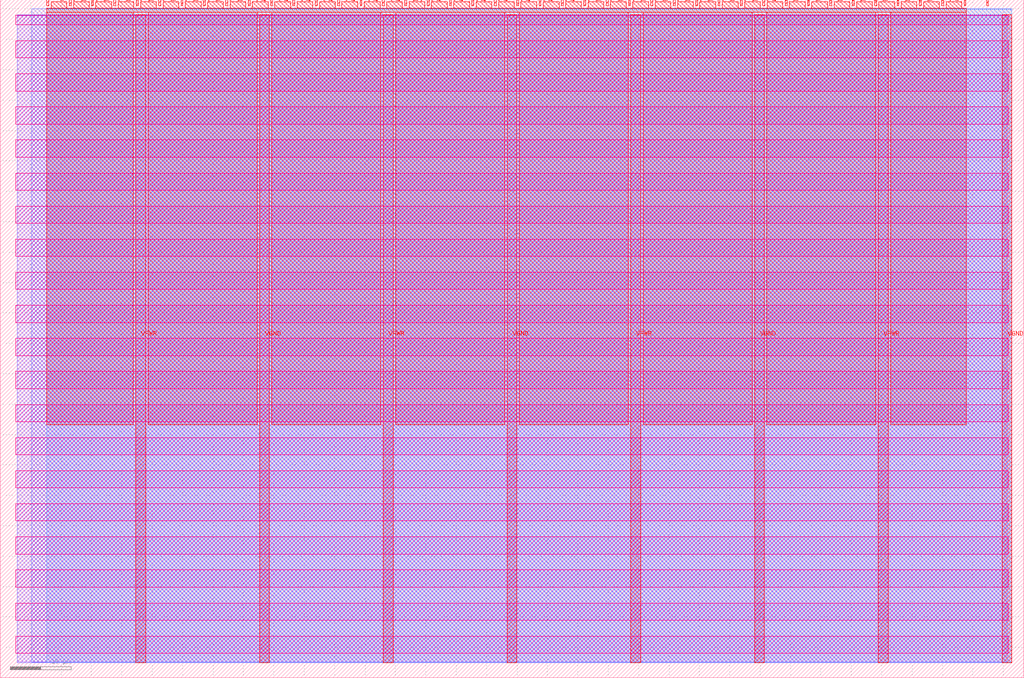
<source format=lef>
VERSION 5.7 ;
  NOWIREEXTENSIONATPIN ON ;
  DIVIDERCHAR "/" ;
  BUSBITCHARS "[]" ;
MACRO tt_um_fabian
  CLASS BLOCK ;
  FOREIGN tt_um_fabian ;
  ORIGIN 0.000 0.000 ;
  SIZE 168.360 BY 111.520 ;
  PIN VGND
    DIRECTION INOUT ;
    USE GROUND ;
    PORT
      LAYER met4 ;
        RECT 42.670 2.480 44.270 109.040 ;
    END
    PORT
      LAYER met4 ;
        RECT 83.380 2.480 84.980 109.040 ;
    END
    PORT
      LAYER met4 ;
        RECT 124.090 2.480 125.690 109.040 ;
    END
    PORT
      LAYER met4 ;
        RECT 164.800 2.480 166.400 109.040 ;
    END
  END VGND
  PIN VPWR
    DIRECTION INOUT ;
    USE POWER ;
    PORT
      LAYER met4 ;
        RECT 22.315 2.480 23.915 109.040 ;
    END
    PORT
      LAYER met4 ;
        RECT 63.025 2.480 64.625 109.040 ;
    END
    PORT
      LAYER met4 ;
        RECT 103.735 2.480 105.335 109.040 ;
    END
    PORT
      LAYER met4 ;
        RECT 144.445 2.480 146.045 109.040 ;
    END
  END VPWR
  PIN clk
    DIRECTION INPUT ;
    USE SIGNAL ;
    ANTENNAGATEAREA 0.852000 ;
    PORT
      LAYER met4 ;
        RECT 158.550 110.520 158.850 111.520 ;
    END
  END clk
  PIN ena
    DIRECTION INPUT ;
    USE SIGNAL ;
    PORT
      LAYER met4 ;
        RECT 162.230 110.520 162.530 111.520 ;
    END
  END ena
  PIN rst_n
    DIRECTION INPUT ;
    USE SIGNAL ;
    ANTENNAGATEAREA 0.196500 ;
    PORT
      LAYER met4 ;
        RECT 154.870 110.520 155.170 111.520 ;
    END
  END rst_n
  PIN ui_in[0]
    DIRECTION INPUT ;
    USE SIGNAL ;
    ANTENNAGATEAREA 0.196500 ;
    PORT
      LAYER met4 ;
        RECT 151.190 110.520 151.490 111.520 ;
    END
  END ui_in[0]
  PIN ui_in[1]
    DIRECTION INPUT ;
    USE SIGNAL ;
    PORT
      LAYER met4 ;
        RECT 147.510 110.520 147.810 111.520 ;
    END
  END ui_in[1]
  PIN ui_in[2]
    DIRECTION INPUT ;
    USE SIGNAL ;
    PORT
      LAYER met4 ;
        RECT 143.830 110.520 144.130 111.520 ;
    END
  END ui_in[2]
  PIN ui_in[3]
    DIRECTION INPUT ;
    USE SIGNAL ;
    PORT
      LAYER met4 ;
        RECT 140.150 110.520 140.450 111.520 ;
    END
  END ui_in[3]
  PIN ui_in[4]
    DIRECTION INPUT ;
    USE SIGNAL ;
    PORT
      LAYER met4 ;
        RECT 136.470 110.520 136.770 111.520 ;
    END
  END ui_in[4]
  PIN ui_in[5]
    DIRECTION INPUT ;
    USE SIGNAL ;
    PORT
      LAYER met4 ;
        RECT 132.790 110.520 133.090 111.520 ;
    END
  END ui_in[5]
  PIN ui_in[6]
    DIRECTION INPUT ;
    USE SIGNAL ;
    PORT
      LAYER met4 ;
        RECT 129.110 110.520 129.410 111.520 ;
    END
  END ui_in[6]
  PIN ui_in[7]
    DIRECTION INPUT ;
    USE SIGNAL ;
    PORT
      LAYER met4 ;
        RECT 125.430 110.520 125.730 111.520 ;
    END
  END ui_in[7]
  PIN uio_in[0]
    DIRECTION INPUT ;
    USE SIGNAL ;
    PORT
      LAYER met4 ;
        RECT 121.750 110.520 122.050 111.520 ;
    END
  END uio_in[0]
  PIN uio_in[1]
    DIRECTION INPUT ;
    USE SIGNAL ;
    PORT
      LAYER met4 ;
        RECT 118.070 110.520 118.370 111.520 ;
    END
  END uio_in[1]
  PIN uio_in[2]
    DIRECTION INPUT ;
    USE SIGNAL ;
    PORT
      LAYER met4 ;
        RECT 114.390 110.520 114.690 111.520 ;
    END
  END uio_in[2]
  PIN uio_in[3]
    DIRECTION INPUT ;
    USE SIGNAL ;
    PORT
      LAYER met4 ;
        RECT 110.710 110.520 111.010 111.520 ;
    END
  END uio_in[3]
  PIN uio_in[4]
    DIRECTION INPUT ;
    USE SIGNAL ;
    PORT
      LAYER met4 ;
        RECT 107.030 110.520 107.330 111.520 ;
    END
  END uio_in[4]
  PIN uio_in[5]
    DIRECTION INPUT ;
    USE SIGNAL ;
    PORT
      LAYER met4 ;
        RECT 103.350 110.520 103.650 111.520 ;
    END
  END uio_in[5]
  PIN uio_in[6]
    DIRECTION INPUT ;
    USE SIGNAL ;
    PORT
      LAYER met4 ;
        RECT 99.670 110.520 99.970 111.520 ;
    END
  END uio_in[6]
  PIN uio_in[7]
    DIRECTION INPUT ;
    USE SIGNAL ;
    PORT
      LAYER met4 ;
        RECT 95.990 110.520 96.290 111.520 ;
    END
  END uio_in[7]
  PIN uio_oe[0]
    DIRECTION OUTPUT TRISTATE ;
    USE SIGNAL ;
    PORT
      LAYER met4 ;
        RECT 33.430 110.520 33.730 111.520 ;
    END
  END uio_oe[0]
  PIN uio_oe[1]
    DIRECTION OUTPUT TRISTATE ;
    USE SIGNAL ;
    PORT
      LAYER met4 ;
        RECT 29.750 110.520 30.050 111.520 ;
    END
  END uio_oe[1]
  PIN uio_oe[2]
    DIRECTION OUTPUT TRISTATE ;
    USE SIGNAL ;
    PORT
      LAYER met4 ;
        RECT 26.070 110.520 26.370 111.520 ;
    END
  END uio_oe[2]
  PIN uio_oe[3]
    DIRECTION OUTPUT TRISTATE ;
    USE SIGNAL ;
    PORT
      LAYER met4 ;
        RECT 22.390 110.520 22.690 111.520 ;
    END
  END uio_oe[3]
  PIN uio_oe[4]
    DIRECTION OUTPUT TRISTATE ;
    USE SIGNAL ;
    PORT
      LAYER met4 ;
        RECT 18.710 110.520 19.010 111.520 ;
    END
  END uio_oe[4]
  PIN uio_oe[5]
    DIRECTION OUTPUT TRISTATE ;
    USE SIGNAL ;
    PORT
      LAYER met4 ;
        RECT 15.030 110.520 15.330 111.520 ;
    END
  END uio_oe[5]
  PIN uio_oe[6]
    DIRECTION OUTPUT TRISTATE ;
    USE SIGNAL ;
    PORT
      LAYER met4 ;
        RECT 11.350 110.520 11.650 111.520 ;
    END
  END uio_oe[6]
  PIN uio_oe[7]
    DIRECTION OUTPUT TRISTATE ;
    USE SIGNAL ;
    PORT
      LAYER met4 ;
        RECT 7.670 110.520 7.970 111.520 ;
    END
  END uio_oe[7]
  PIN uio_out[0]
    DIRECTION OUTPUT TRISTATE ;
    USE SIGNAL ;
    ANTENNADIFFAREA 1.721000 ;
    PORT
      LAYER met4 ;
        RECT 62.870 110.520 63.170 111.520 ;
    END
  END uio_out[0]
  PIN uio_out[1]
    DIRECTION OUTPUT TRISTATE ;
    USE SIGNAL ;
    ANTENNADIFFAREA 1.721000 ;
    PORT
      LAYER met4 ;
        RECT 59.190 110.520 59.490 111.520 ;
    END
  END uio_out[1]
  PIN uio_out[2]
    DIRECTION OUTPUT TRISTATE ;
    USE SIGNAL ;
    ANTENNADIFFAREA 1.721000 ;
    PORT
      LAYER met4 ;
        RECT 55.510 110.520 55.810 111.520 ;
    END
  END uio_out[2]
  PIN uio_out[3]
    DIRECTION OUTPUT TRISTATE ;
    USE SIGNAL ;
    ANTENNADIFFAREA 1.721000 ;
    PORT
      LAYER met4 ;
        RECT 51.830 110.520 52.130 111.520 ;
    END
  END uio_out[3]
  PIN uio_out[4]
    DIRECTION OUTPUT TRISTATE ;
    USE SIGNAL ;
    ANTENNADIFFAREA 1.721000 ;
    PORT
      LAYER met4 ;
        RECT 48.150 110.520 48.450 111.520 ;
    END
  END uio_out[4]
  PIN uio_out[5]
    DIRECTION OUTPUT TRISTATE ;
    USE SIGNAL ;
    ANTENNADIFFAREA 1.721000 ;
    PORT
      LAYER met4 ;
        RECT 44.470 110.520 44.770 111.520 ;
    END
  END uio_out[5]
  PIN uio_out[6]
    DIRECTION OUTPUT TRISTATE ;
    USE SIGNAL ;
    ANTENNADIFFAREA 1.721000 ;
    PORT
      LAYER met4 ;
        RECT 40.790 110.520 41.090 111.520 ;
    END
  END uio_out[6]
  PIN uio_out[7]
    DIRECTION OUTPUT TRISTATE ;
    USE SIGNAL ;
    ANTENNADIFFAREA 1.721000 ;
    PORT
      LAYER met4 ;
        RECT 37.110 110.520 37.410 111.520 ;
    END
  END uio_out[7]
  PIN uo_out[0]
    DIRECTION OUTPUT TRISTATE ;
    USE SIGNAL ;
    PORT
      LAYER met4 ;
        RECT 92.310 110.520 92.610 111.520 ;
    END
  END uo_out[0]
  PIN uo_out[1]
    DIRECTION OUTPUT TRISTATE ;
    USE SIGNAL ;
    PORT
      LAYER met4 ;
        RECT 88.630 110.520 88.930 111.520 ;
    END
  END uo_out[1]
  PIN uo_out[2]
    DIRECTION OUTPUT TRISTATE ;
    USE SIGNAL ;
    PORT
      LAYER met4 ;
        RECT 84.950 110.520 85.250 111.520 ;
    END
  END uo_out[2]
  PIN uo_out[3]
    DIRECTION OUTPUT TRISTATE ;
    USE SIGNAL ;
    PORT
      LAYER met4 ;
        RECT 81.270 110.520 81.570 111.520 ;
    END
  END uo_out[3]
  PIN uo_out[4]
    DIRECTION OUTPUT TRISTATE ;
    USE SIGNAL ;
    PORT
      LAYER met4 ;
        RECT 77.590 110.520 77.890 111.520 ;
    END
  END uo_out[4]
  PIN uo_out[5]
    DIRECTION OUTPUT TRISTATE ;
    USE SIGNAL ;
    PORT
      LAYER met4 ;
        RECT 73.910 110.520 74.210 111.520 ;
    END
  END uo_out[5]
  PIN uo_out[6]
    DIRECTION OUTPUT TRISTATE ;
    USE SIGNAL ;
    PORT
      LAYER met4 ;
        RECT 70.230 110.520 70.530 111.520 ;
    END
  END uo_out[6]
  PIN uo_out[7]
    DIRECTION OUTPUT TRISTATE ;
    USE SIGNAL ;
    PORT
      LAYER met4 ;
        RECT 66.550 110.520 66.850 111.520 ;
    END
  END uo_out[7]
  OBS
      LAYER nwell ;
        RECT 2.570 107.385 165.790 108.990 ;
        RECT 2.570 101.945 165.790 104.775 ;
        RECT 2.570 96.505 165.790 99.335 ;
        RECT 2.570 91.065 165.790 93.895 ;
        RECT 2.570 85.625 165.790 88.455 ;
        RECT 2.570 80.185 165.790 83.015 ;
        RECT 2.570 74.745 165.790 77.575 ;
        RECT 2.570 69.305 165.790 72.135 ;
        RECT 2.570 63.865 165.790 66.695 ;
        RECT 2.570 58.425 165.790 61.255 ;
        RECT 2.570 52.985 165.790 55.815 ;
        RECT 2.570 47.545 165.790 50.375 ;
        RECT 2.570 42.105 165.790 44.935 ;
        RECT 2.570 36.665 165.790 39.495 ;
        RECT 2.570 31.225 165.790 34.055 ;
        RECT 2.570 25.785 165.790 28.615 ;
        RECT 2.570 20.345 165.790 23.175 ;
        RECT 2.570 14.905 165.790 17.735 ;
        RECT 2.570 9.465 165.790 12.295 ;
        RECT 2.570 4.025 165.790 6.855 ;
      LAYER li1 ;
        RECT 2.760 2.635 165.600 108.885 ;
      LAYER met1 ;
        RECT 2.760 2.480 166.400 109.040 ;
      LAYER met2 ;
        RECT 5.160 2.535 166.370 110.005 ;
      LAYER met3 ;
        RECT 7.630 2.555 166.390 109.985 ;
      LAYER met4 ;
        RECT 8.370 110.120 10.950 111.170 ;
        RECT 12.050 110.120 14.630 111.170 ;
        RECT 15.730 110.120 18.310 111.170 ;
        RECT 19.410 110.120 21.990 111.170 ;
        RECT 23.090 110.120 25.670 111.170 ;
        RECT 26.770 110.120 29.350 111.170 ;
        RECT 30.450 110.120 33.030 111.170 ;
        RECT 34.130 110.120 36.710 111.170 ;
        RECT 37.810 110.120 40.390 111.170 ;
        RECT 41.490 110.120 44.070 111.170 ;
        RECT 45.170 110.120 47.750 111.170 ;
        RECT 48.850 110.120 51.430 111.170 ;
        RECT 52.530 110.120 55.110 111.170 ;
        RECT 56.210 110.120 58.790 111.170 ;
        RECT 59.890 110.120 62.470 111.170 ;
        RECT 63.570 110.120 66.150 111.170 ;
        RECT 67.250 110.120 69.830 111.170 ;
        RECT 70.930 110.120 73.510 111.170 ;
        RECT 74.610 110.120 77.190 111.170 ;
        RECT 78.290 110.120 80.870 111.170 ;
        RECT 81.970 110.120 84.550 111.170 ;
        RECT 85.650 110.120 88.230 111.170 ;
        RECT 89.330 110.120 91.910 111.170 ;
        RECT 93.010 110.120 95.590 111.170 ;
        RECT 96.690 110.120 99.270 111.170 ;
        RECT 100.370 110.120 102.950 111.170 ;
        RECT 104.050 110.120 106.630 111.170 ;
        RECT 107.730 110.120 110.310 111.170 ;
        RECT 111.410 110.120 113.990 111.170 ;
        RECT 115.090 110.120 117.670 111.170 ;
        RECT 118.770 110.120 121.350 111.170 ;
        RECT 122.450 110.120 125.030 111.170 ;
        RECT 126.130 110.120 128.710 111.170 ;
        RECT 129.810 110.120 132.390 111.170 ;
        RECT 133.490 110.120 136.070 111.170 ;
        RECT 137.170 110.120 139.750 111.170 ;
        RECT 140.850 110.120 143.430 111.170 ;
        RECT 144.530 110.120 147.110 111.170 ;
        RECT 148.210 110.120 150.790 111.170 ;
        RECT 151.890 110.120 154.470 111.170 ;
        RECT 155.570 110.120 158.150 111.170 ;
        RECT 7.655 109.440 158.865 110.120 ;
        RECT 7.655 41.655 21.915 109.440 ;
        RECT 24.315 41.655 42.270 109.440 ;
        RECT 44.670 41.655 62.625 109.440 ;
        RECT 65.025 41.655 82.980 109.440 ;
        RECT 85.380 41.655 103.335 109.440 ;
        RECT 105.735 41.655 123.690 109.440 ;
        RECT 126.090 41.655 144.045 109.440 ;
        RECT 146.445 41.655 158.865 109.440 ;
  END
END tt_um_fabian
END LIBRARY


</source>
